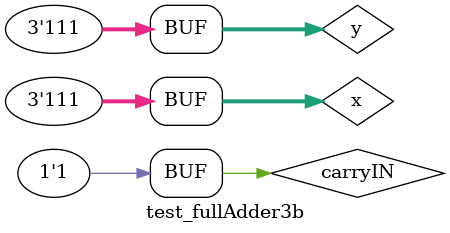
<source format=v>
module fullAdder3b (output [2:0] s, output carryOut, input [2:0] a, input [2:0] b, input carryIn);
       wire carryOut1, carryOut2;
       fullAdder1b FA1(s[0],carryOut1,a[0],b[0],carryIn);
       fullAdder1b FA2(s[1],carryOut2,a[1],b[1],carryOut1);
       fullAdder1b FA3(s[2],carryOut,a[2],b[2],carryOut2);
endmodule // fullAdder3b
// -------------------------
// full adder 1 bit
// -------------------------
module fullAdder1b (output s, output carryOut, input a, input b, input carryIn);
       wire s1, s2, s3, s4;
       xor X1(s1, a, b);
       xor X2(s, s1, carryIn);
       and A1(s2, a, b);
       and A2(s3, a, carryIn);
       and A3(s4, carryIn, b);
       or O1(carryOut, s2, s3, s4);
endmodule // fullAdder1b
// Testes
module test_fullAdder3b;
       // ------------------------- definir dados
       reg [2:0] x;
       reg [2:0] y;
       reg carryIN;
       wire carryOUT;
       wire [2:0] soma;
       fullAdder3b FA31(soma, carryOUT, x, y, carryIN);
       // ------------------------- parte principal
       initial begin
               $display("Exemplo0021 - Willian Antonio dos Santos - 462020");
               $display("Test ALU's full adder");
               $display("CarryOUT nao tem valor na representacao, ja que estaria acima do sinal\n( Embora faca parte do somador completo ).\n");
               x = 0; y = 0; carryIN = 0;
               $monitor("Valor1: %3b + Valor2: %3b + CarryIn : %b = %3b | CarryOut: %b", x, y, carryIN, soma, carryOUT);
               repeat (7) begin
                      #1 y = y + 1;
               end
               #1 $display("-----------------------------------------------------------");
               repeat (7) begin
                      #1 x = x + 1;y = y + 1;
                      repeat (7) begin
                             #1 y = y + 1;
                      end
                      #1 $display("-----------------------------------------------------------");
               end
               #1 x = 0; y = 0; carryIN = 1;
               repeat (7) begin
                      #1 y = y + 1;
               end
               #1 $display("-----------------------------------------------------------");
               repeat (7) begin
                      #1 x = x + 1;y = y + 1;
                      repeat (7) begin
                             #1 y = y + 1;
                      end
                      #1 $display("-----------------------------------------------------------");
               end
       end
endmodule // test_fullAdder3b
</source>
